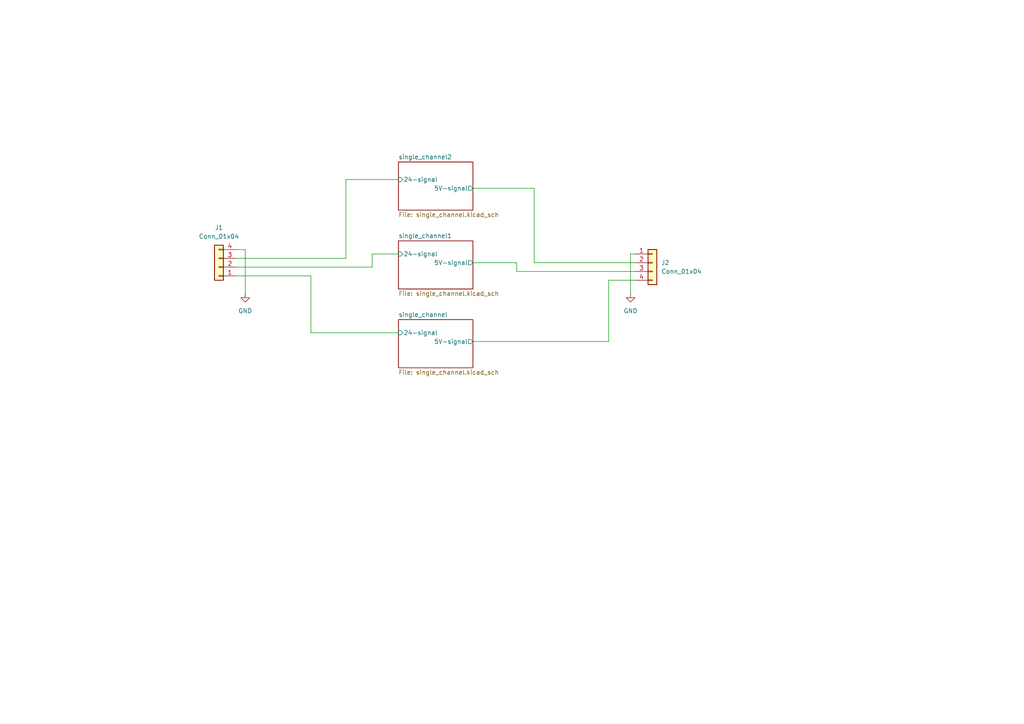
<source format=kicad_sch>
(kicad_sch (version 20211123) (generator eeschema)
  (paper "A4")
  (lib_symbols
    (symbol "Connector_Generic:Conn_01x04" (pin_names (offset 1.016) hide)
      (property "Reference" "J" (at 0 5.08 0))
      (property "Value" "Conn_01x04" (at 0 -7.62 0))
      (symbol "Conn_01x04_1_1"
        (rectangle (start -1.27 -4.953) (end 0 -5.207) (stroke (width 0.1524)))
        (rectangle (start -1.27 -2.413) (end 0 -2.667) (stroke (width 0.1524)))
        (rectangle (start -1.27 0.127) (end 0 -0.127) (stroke (width 0.1524)))
        (rectangle (start -1.27 2.667) (end 0 2.413) (stroke (width 0.1524)))
        (rectangle (start -1.27 3.81) (end 1.27 -6.35) (stroke (width 0.254)) (fill (type background)))
        (pin passive line (at -5.08 2.54 0) (length 3.81) (name "Pin_1") (number "1"))
        (pin passive line (at -5.08 0 0) (length 3.81) (name "Pin_2") (number "2"))
        (pin passive line (at -5.08 -2.54 0) (length 3.81) (name "Pin_3") (number "3"))
        (pin passive line (at -5.08 -5.08 0) (length 3.81) (name "Pin_4") (number "4"))
      )
    )
    (symbol "power:GND" (power) (pin_names (offset 0))
      (property "Value" "GND" (at 0 -3.81 0))
      (symbol "GND_0_1"
        (polyline (pts (xy 0 0) (xy 0 -1.27) (xy 1.27 -1.27) (xy 0 -2.54) (xy -1.27 -1.27) (xy 0 -1.27)))
      )
      (symbol "GND_1_1"
        (pin power_in line (at 0 0 270) (length 0) hide (name "GND") (number "1"))
      )
    )
  )
  (wire (pts (xy 176.53 99.06) (xy 137.16 99.06)))
  (wire (pts (xy 137.16 76.2) (xy 149.86 76.2)))
  (wire (pts (xy 184.15 78.74) (xy 149.86 78.74)))
  (wire (pts (xy 182.88 73.66) (xy 182.88 85.09)))
  (wire (pts (xy 176.53 81.28) (xy 176.53 99.06)))
  (wire (pts (xy 90.17 96.52) (xy 115.57 96.52)))
  (wire (pts (xy 68.58 72.39) (xy 71.12 72.39)))
  (wire (pts (xy 184.15 73.66) (xy 182.88 73.66)))
  (wire (pts (xy 100.33 74.93) (xy 100.33 52.07)))
  (wire (pts (xy 184.15 76.2) (xy 154.94 76.2)))
  (wire (pts (xy 71.12 72.39) (xy 71.12 85.09)))
  (wire (pts (xy 107.95 73.66) (xy 115.57 73.66)))
  (wire (pts (xy 154.94 76.2) (xy 154.94 54.61)))
  (wire (pts (xy 68.58 74.93) (xy 100.33 74.93)))
  (wire (pts (xy 68.58 77.47) (xy 107.95 77.47)))
  (wire (pts (xy 184.15 81.28) (xy 176.53 81.28)))
  (wire (pts (xy 154.94 54.61) (xy 137.16 54.61)))
  (wire (pts (xy 107.95 77.47) (xy 107.95 73.66)))
  (wire (pts (xy 68.58 80.01) (xy 90.17 80.01)))
  (wire (pts (xy 100.33 52.07) (xy 115.57 52.07)))
  (wire (pts (xy 149.86 78.74) (xy 149.86 76.2)))
  (wire (pts (xy 90.17 80.01) (xy 90.17 96.52)))
  (symbol (lib_id "power:GND") (at 71.12 85.09 0) (unit 1)
    (property "Reference" "#PWR01" (effects hide))
    (property "Value" "GND" (at 71.12 90.17 0))
  )
  (symbol (lib_id "Connector_Generic:Conn_01x04") (at 189.23 76.2 0) (unit 1)
    (property "Reference" "J2" (at 191.77 76.1999 0) (effects (justify left)))
    (property "Value" "Conn_01x04" (at 191.77 78.7399 0) (effects (justify left)))
    (property "Footprint" "Connector_Molex:Molex_Micro-Fit_3.0_43045-0400_2x02_P3.00mm_Horizontal" (effects hide))
  )
  (symbol (lib_id "Connector_Generic:Conn_01x04") (at 63.5 77.47 180) (unit 1)
    (property "Reference" "J1" (at 63.5 66.04 0))
    (property "Value" "Conn_01x04" (at 63.5 68.58 0))
    (property "Footprint" "Connector_Molex:Molex_Micro-Fit_3.0_43045-0400_2x02_P3.00mm_Horizontal" (effects hide))
  )
  (symbol (lib_id "power:GND") (at 182.88 85.09 0) (unit 1)
    (property "Reference" "#PWR02" (effects hide))
    (property "Value" "GND" (at 182.88 90.17 0))
  )
  (sheet (at 115.57 92.71) (size 21.59 13.97) (stroke (width 0.1524))
    (property "Sheet name" "single_channel" (at 115.57 91.9984 0) (effects (justify left bottom)))
    (property "Sheet file" "single_channel.kicad_sch" (at 115.57 107.2646 0) (effects (justify left top)))
    (pin "5V-signal" output (at 137.16 99.06 0))
    (pin "24-signal" input (at 115.57 96.52 180))
  )
  (sheet (at 115.57 69.85) (size 21.59 13.97) (stroke (width 0.1524))
    (property "Sheet name" "single_channel1" (at 115.57 69.1384 0) (effects (justify left bottom)))
    (property "Sheet file" "single_channel.kicad_sch" (at 115.57 84.4046 0) (effects (justify left top)))
    (pin "5V-signal" output (at 137.16 76.2 0))
    (pin "24-signal" input (at 115.57 73.66 180))
  )
  (sheet (at 115.57 46.99) (size 21.59 13.97) (stroke (width 0.1524))
    (property "Sheet name" "single_channel2" (at 115.57 46.2784 0) (effects (justify left bottom)))
    (property "Sheet file" "single_channel.kicad_sch" (at 115.57 61.5446 0) (effects (justify left top)))
    (pin "5V-signal" output (at 137.16 54.61 0))
    (pin "24-signal" input (at 115.57 52.07 180))
  )
)
</source>
